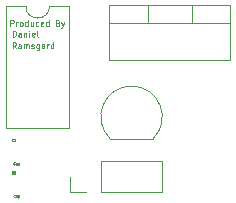
<source format=gbr>
%TF.GenerationSoftware,KiCad,Pcbnew,7.0.6-0*%
%TF.CreationDate,2023-09-04T19:04:00-04:00*%
%TF.ProjectId,Hapto_MK_2,48617074-6f5f-44d4-9b5f-322e6b696361,rev?*%
%TF.SameCoordinates,Original*%
%TF.FileFunction,Legend,Top*%
%TF.FilePolarity,Positive*%
%FSLAX46Y46*%
G04 Gerber Fmt 4.6, Leading zero omitted, Abs format (unit mm)*
G04 Created by KiCad (PCBNEW 7.0.6-0) date 2023-09-04 19:04:00*
%MOMM*%
%LPD*%
G01*
G04 APERTURE LIST*
%ADD10C,0.125000*%
%ADD11C,0.050000*%
%ADD12C,0.120000*%
G04 APERTURE END LIST*
D10*
X146486997Y-103432309D02*
X146320331Y-103194214D01*
X146201283Y-103432309D02*
X146201283Y-102932309D01*
X146201283Y-102932309D02*
X146391759Y-102932309D01*
X146391759Y-102932309D02*
X146439378Y-102956119D01*
X146439378Y-102956119D02*
X146463188Y-102979928D01*
X146463188Y-102979928D02*
X146486997Y-103027547D01*
X146486997Y-103027547D02*
X146486997Y-103098976D01*
X146486997Y-103098976D02*
X146463188Y-103146595D01*
X146463188Y-103146595D02*
X146439378Y-103170404D01*
X146439378Y-103170404D02*
X146391759Y-103194214D01*
X146391759Y-103194214D02*
X146201283Y-103194214D01*
X146915569Y-103432309D02*
X146915569Y-103170404D01*
X146915569Y-103170404D02*
X146891759Y-103122785D01*
X146891759Y-103122785D02*
X146844140Y-103098976D01*
X146844140Y-103098976D02*
X146748902Y-103098976D01*
X146748902Y-103098976D02*
X146701283Y-103122785D01*
X146915569Y-103408500D02*
X146867950Y-103432309D01*
X146867950Y-103432309D02*
X146748902Y-103432309D01*
X146748902Y-103432309D02*
X146701283Y-103408500D01*
X146701283Y-103408500D02*
X146677474Y-103360880D01*
X146677474Y-103360880D02*
X146677474Y-103313261D01*
X146677474Y-103313261D02*
X146701283Y-103265642D01*
X146701283Y-103265642D02*
X146748902Y-103241833D01*
X146748902Y-103241833D02*
X146867950Y-103241833D01*
X146867950Y-103241833D02*
X146915569Y-103218023D01*
X147153664Y-103432309D02*
X147153664Y-103098976D01*
X147153664Y-103146595D02*
X147177474Y-103122785D01*
X147177474Y-103122785D02*
X147225093Y-103098976D01*
X147225093Y-103098976D02*
X147296521Y-103098976D01*
X147296521Y-103098976D02*
X147344140Y-103122785D01*
X147344140Y-103122785D02*
X147367950Y-103170404D01*
X147367950Y-103170404D02*
X147367950Y-103432309D01*
X147367950Y-103170404D02*
X147391759Y-103122785D01*
X147391759Y-103122785D02*
X147439378Y-103098976D01*
X147439378Y-103098976D02*
X147510807Y-103098976D01*
X147510807Y-103098976D02*
X147558426Y-103122785D01*
X147558426Y-103122785D02*
X147582236Y-103170404D01*
X147582236Y-103170404D02*
X147582236Y-103432309D01*
X147796522Y-103408500D02*
X147844141Y-103432309D01*
X147844141Y-103432309D02*
X147939379Y-103432309D01*
X147939379Y-103432309D02*
X147986998Y-103408500D01*
X147986998Y-103408500D02*
X148010807Y-103360880D01*
X148010807Y-103360880D02*
X148010807Y-103337071D01*
X148010807Y-103337071D02*
X147986998Y-103289452D01*
X147986998Y-103289452D02*
X147939379Y-103265642D01*
X147939379Y-103265642D02*
X147867950Y-103265642D01*
X147867950Y-103265642D02*
X147820331Y-103241833D01*
X147820331Y-103241833D02*
X147796522Y-103194214D01*
X147796522Y-103194214D02*
X147796522Y-103170404D01*
X147796522Y-103170404D02*
X147820331Y-103122785D01*
X147820331Y-103122785D02*
X147867950Y-103098976D01*
X147867950Y-103098976D02*
X147939379Y-103098976D01*
X147939379Y-103098976D02*
X147986998Y-103122785D01*
X148439379Y-103098976D02*
X148439379Y-103503738D01*
X148439379Y-103503738D02*
X148415569Y-103551357D01*
X148415569Y-103551357D02*
X148391760Y-103575166D01*
X148391760Y-103575166D02*
X148344141Y-103598976D01*
X148344141Y-103598976D02*
X148272712Y-103598976D01*
X148272712Y-103598976D02*
X148225093Y-103575166D01*
X148439379Y-103408500D02*
X148391760Y-103432309D01*
X148391760Y-103432309D02*
X148296522Y-103432309D01*
X148296522Y-103432309D02*
X148248903Y-103408500D01*
X148248903Y-103408500D02*
X148225093Y-103384690D01*
X148225093Y-103384690D02*
X148201284Y-103337071D01*
X148201284Y-103337071D02*
X148201284Y-103194214D01*
X148201284Y-103194214D02*
X148225093Y-103146595D01*
X148225093Y-103146595D02*
X148248903Y-103122785D01*
X148248903Y-103122785D02*
X148296522Y-103098976D01*
X148296522Y-103098976D02*
X148391760Y-103098976D01*
X148391760Y-103098976D02*
X148439379Y-103122785D01*
X148891760Y-103432309D02*
X148891760Y-103170404D01*
X148891760Y-103170404D02*
X148867950Y-103122785D01*
X148867950Y-103122785D02*
X148820331Y-103098976D01*
X148820331Y-103098976D02*
X148725093Y-103098976D01*
X148725093Y-103098976D02*
X148677474Y-103122785D01*
X148891760Y-103408500D02*
X148844141Y-103432309D01*
X148844141Y-103432309D02*
X148725093Y-103432309D01*
X148725093Y-103432309D02*
X148677474Y-103408500D01*
X148677474Y-103408500D02*
X148653665Y-103360880D01*
X148653665Y-103360880D02*
X148653665Y-103313261D01*
X148653665Y-103313261D02*
X148677474Y-103265642D01*
X148677474Y-103265642D02*
X148725093Y-103241833D01*
X148725093Y-103241833D02*
X148844141Y-103241833D01*
X148844141Y-103241833D02*
X148891760Y-103218023D01*
X149129855Y-103432309D02*
X149129855Y-103098976D01*
X149129855Y-103194214D02*
X149153665Y-103146595D01*
X149153665Y-103146595D02*
X149177474Y-103122785D01*
X149177474Y-103122785D02*
X149225093Y-103098976D01*
X149225093Y-103098976D02*
X149272712Y-103098976D01*
X149653665Y-103432309D02*
X149653665Y-102932309D01*
X149653665Y-103408500D02*
X149606046Y-103432309D01*
X149606046Y-103432309D02*
X149510808Y-103432309D01*
X149510808Y-103432309D02*
X149463189Y-103408500D01*
X149463189Y-103408500D02*
X149439379Y-103384690D01*
X149439379Y-103384690D02*
X149415570Y-103337071D01*
X149415570Y-103337071D02*
X149415570Y-103194214D01*
X149415570Y-103194214D02*
X149439379Y-103146595D01*
X149439379Y-103146595D02*
X149463189Y-103122785D01*
X149463189Y-103122785D02*
X149510808Y-103098976D01*
X149510808Y-103098976D02*
X149606046Y-103098976D01*
X149606046Y-103098976D02*
X149653665Y-103122785D01*
X146001283Y-101532309D02*
X146001283Y-101032309D01*
X146001283Y-101032309D02*
X146191759Y-101032309D01*
X146191759Y-101032309D02*
X146239378Y-101056119D01*
X146239378Y-101056119D02*
X146263188Y-101079928D01*
X146263188Y-101079928D02*
X146286997Y-101127547D01*
X146286997Y-101127547D02*
X146286997Y-101198976D01*
X146286997Y-101198976D02*
X146263188Y-101246595D01*
X146263188Y-101246595D02*
X146239378Y-101270404D01*
X146239378Y-101270404D02*
X146191759Y-101294214D01*
X146191759Y-101294214D02*
X146001283Y-101294214D01*
X146501283Y-101532309D02*
X146501283Y-101198976D01*
X146501283Y-101294214D02*
X146525093Y-101246595D01*
X146525093Y-101246595D02*
X146548902Y-101222785D01*
X146548902Y-101222785D02*
X146596521Y-101198976D01*
X146596521Y-101198976D02*
X146644140Y-101198976D01*
X146882236Y-101532309D02*
X146834617Y-101508500D01*
X146834617Y-101508500D02*
X146810807Y-101484690D01*
X146810807Y-101484690D02*
X146786998Y-101437071D01*
X146786998Y-101437071D02*
X146786998Y-101294214D01*
X146786998Y-101294214D02*
X146810807Y-101246595D01*
X146810807Y-101246595D02*
X146834617Y-101222785D01*
X146834617Y-101222785D02*
X146882236Y-101198976D01*
X146882236Y-101198976D02*
X146953664Y-101198976D01*
X146953664Y-101198976D02*
X147001283Y-101222785D01*
X147001283Y-101222785D02*
X147025093Y-101246595D01*
X147025093Y-101246595D02*
X147048902Y-101294214D01*
X147048902Y-101294214D02*
X147048902Y-101437071D01*
X147048902Y-101437071D02*
X147025093Y-101484690D01*
X147025093Y-101484690D02*
X147001283Y-101508500D01*
X147001283Y-101508500D02*
X146953664Y-101532309D01*
X146953664Y-101532309D02*
X146882236Y-101532309D01*
X147477474Y-101532309D02*
X147477474Y-101032309D01*
X147477474Y-101508500D02*
X147429855Y-101532309D01*
X147429855Y-101532309D02*
X147334617Y-101532309D01*
X147334617Y-101532309D02*
X147286998Y-101508500D01*
X147286998Y-101508500D02*
X147263188Y-101484690D01*
X147263188Y-101484690D02*
X147239379Y-101437071D01*
X147239379Y-101437071D02*
X147239379Y-101294214D01*
X147239379Y-101294214D02*
X147263188Y-101246595D01*
X147263188Y-101246595D02*
X147286998Y-101222785D01*
X147286998Y-101222785D02*
X147334617Y-101198976D01*
X147334617Y-101198976D02*
X147429855Y-101198976D01*
X147429855Y-101198976D02*
X147477474Y-101222785D01*
X147929855Y-101198976D02*
X147929855Y-101532309D01*
X147715569Y-101198976D02*
X147715569Y-101460880D01*
X147715569Y-101460880D02*
X147739379Y-101508500D01*
X147739379Y-101508500D02*
X147786998Y-101532309D01*
X147786998Y-101532309D02*
X147858426Y-101532309D01*
X147858426Y-101532309D02*
X147906045Y-101508500D01*
X147906045Y-101508500D02*
X147929855Y-101484690D01*
X148382236Y-101508500D02*
X148334617Y-101532309D01*
X148334617Y-101532309D02*
X148239379Y-101532309D01*
X148239379Y-101532309D02*
X148191760Y-101508500D01*
X148191760Y-101508500D02*
X148167950Y-101484690D01*
X148167950Y-101484690D02*
X148144141Y-101437071D01*
X148144141Y-101437071D02*
X148144141Y-101294214D01*
X148144141Y-101294214D02*
X148167950Y-101246595D01*
X148167950Y-101246595D02*
X148191760Y-101222785D01*
X148191760Y-101222785D02*
X148239379Y-101198976D01*
X148239379Y-101198976D02*
X148334617Y-101198976D01*
X148334617Y-101198976D02*
X148382236Y-101222785D01*
X148786997Y-101508500D02*
X148739378Y-101532309D01*
X148739378Y-101532309D02*
X148644140Y-101532309D01*
X148644140Y-101532309D02*
X148596521Y-101508500D01*
X148596521Y-101508500D02*
X148572712Y-101460880D01*
X148572712Y-101460880D02*
X148572712Y-101270404D01*
X148572712Y-101270404D02*
X148596521Y-101222785D01*
X148596521Y-101222785D02*
X148644140Y-101198976D01*
X148644140Y-101198976D02*
X148739378Y-101198976D01*
X148739378Y-101198976D02*
X148786997Y-101222785D01*
X148786997Y-101222785D02*
X148810807Y-101270404D01*
X148810807Y-101270404D02*
X148810807Y-101318023D01*
X148810807Y-101318023D02*
X148572712Y-101365642D01*
X149239378Y-101532309D02*
X149239378Y-101032309D01*
X149239378Y-101508500D02*
X149191759Y-101532309D01*
X149191759Y-101532309D02*
X149096521Y-101532309D01*
X149096521Y-101532309D02*
X149048902Y-101508500D01*
X149048902Y-101508500D02*
X149025092Y-101484690D01*
X149025092Y-101484690D02*
X149001283Y-101437071D01*
X149001283Y-101437071D02*
X149001283Y-101294214D01*
X149001283Y-101294214D02*
X149025092Y-101246595D01*
X149025092Y-101246595D02*
X149048902Y-101222785D01*
X149048902Y-101222785D02*
X149096521Y-101198976D01*
X149096521Y-101198976D02*
X149191759Y-101198976D01*
X149191759Y-101198976D02*
X149239378Y-101222785D01*
X150025092Y-101270404D02*
X150096520Y-101294214D01*
X150096520Y-101294214D02*
X150120330Y-101318023D01*
X150120330Y-101318023D02*
X150144139Y-101365642D01*
X150144139Y-101365642D02*
X150144139Y-101437071D01*
X150144139Y-101437071D02*
X150120330Y-101484690D01*
X150120330Y-101484690D02*
X150096520Y-101508500D01*
X150096520Y-101508500D02*
X150048901Y-101532309D01*
X150048901Y-101532309D02*
X149858425Y-101532309D01*
X149858425Y-101532309D02*
X149858425Y-101032309D01*
X149858425Y-101032309D02*
X150025092Y-101032309D01*
X150025092Y-101032309D02*
X150072711Y-101056119D01*
X150072711Y-101056119D02*
X150096520Y-101079928D01*
X150096520Y-101079928D02*
X150120330Y-101127547D01*
X150120330Y-101127547D02*
X150120330Y-101175166D01*
X150120330Y-101175166D02*
X150096520Y-101222785D01*
X150096520Y-101222785D02*
X150072711Y-101246595D01*
X150072711Y-101246595D02*
X150025092Y-101270404D01*
X150025092Y-101270404D02*
X149858425Y-101270404D01*
X150310806Y-101198976D02*
X150429854Y-101532309D01*
X150548901Y-101198976D02*
X150429854Y-101532309D01*
X150429854Y-101532309D02*
X150382235Y-101651357D01*
X150382235Y-101651357D02*
X150358425Y-101675166D01*
X150358425Y-101675166D02*
X150310806Y-101698976D01*
X146201283Y-102432309D02*
X146201283Y-101932309D01*
X146201283Y-101932309D02*
X146320331Y-101932309D01*
X146320331Y-101932309D02*
X146391759Y-101956119D01*
X146391759Y-101956119D02*
X146439378Y-102003738D01*
X146439378Y-102003738D02*
X146463188Y-102051357D01*
X146463188Y-102051357D02*
X146486997Y-102146595D01*
X146486997Y-102146595D02*
X146486997Y-102218023D01*
X146486997Y-102218023D02*
X146463188Y-102313261D01*
X146463188Y-102313261D02*
X146439378Y-102360880D01*
X146439378Y-102360880D02*
X146391759Y-102408500D01*
X146391759Y-102408500D02*
X146320331Y-102432309D01*
X146320331Y-102432309D02*
X146201283Y-102432309D01*
X146915569Y-102432309D02*
X146915569Y-102170404D01*
X146915569Y-102170404D02*
X146891759Y-102122785D01*
X146891759Y-102122785D02*
X146844140Y-102098976D01*
X146844140Y-102098976D02*
X146748902Y-102098976D01*
X146748902Y-102098976D02*
X146701283Y-102122785D01*
X146915569Y-102408500D02*
X146867950Y-102432309D01*
X146867950Y-102432309D02*
X146748902Y-102432309D01*
X146748902Y-102432309D02*
X146701283Y-102408500D01*
X146701283Y-102408500D02*
X146677474Y-102360880D01*
X146677474Y-102360880D02*
X146677474Y-102313261D01*
X146677474Y-102313261D02*
X146701283Y-102265642D01*
X146701283Y-102265642D02*
X146748902Y-102241833D01*
X146748902Y-102241833D02*
X146867950Y-102241833D01*
X146867950Y-102241833D02*
X146915569Y-102218023D01*
X147153664Y-102098976D02*
X147153664Y-102432309D01*
X147153664Y-102146595D02*
X147177474Y-102122785D01*
X147177474Y-102122785D02*
X147225093Y-102098976D01*
X147225093Y-102098976D02*
X147296521Y-102098976D01*
X147296521Y-102098976D02*
X147344140Y-102122785D01*
X147344140Y-102122785D02*
X147367950Y-102170404D01*
X147367950Y-102170404D02*
X147367950Y-102432309D01*
X147606045Y-102432309D02*
X147606045Y-102098976D01*
X147606045Y-101932309D02*
X147582236Y-101956119D01*
X147582236Y-101956119D02*
X147606045Y-101979928D01*
X147606045Y-101979928D02*
X147629855Y-101956119D01*
X147629855Y-101956119D02*
X147606045Y-101932309D01*
X147606045Y-101932309D02*
X147606045Y-101979928D01*
X148034616Y-102408500D02*
X147986997Y-102432309D01*
X147986997Y-102432309D02*
X147891759Y-102432309D01*
X147891759Y-102432309D02*
X147844140Y-102408500D01*
X147844140Y-102408500D02*
X147820331Y-102360880D01*
X147820331Y-102360880D02*
X147820331Y-102170404D01*
X147820331Y-102170404D02*
X147844140Y-102122785D01*
X147844140Y-102122785D02*
X147891759Y-102098976D01*
X147891759Y-102098976D02*
X147986997Y-102098976D01*
X147986997Y-102098976D02*
X148034616Y-102122785D01*
X148034616Y-102122785D02*
X148058426Y-102170404D01*
X148058426Y-102170404D02*
X148058426Y-102218023D01*
X148058426Y-102218023D02*
X147820331Y-102265642D01*
X148344140Y-102432309D02*
X148296521Y-102408500D01*
X148296521Y-102408500D02*
X148272711Y-102360880D01*
X148272711Y-102360880D02*
X148272711Y-101932309D01*
D11*
X146236666Y-111270876D02*
X146227142Y-111280400D01*
X146227142Y-111280400D02*
X146198571Y-111289923D01*
X146198571Y-111289923D02*
X146179523Y-111289923D01*
X146179523Y-111289923D02*
X146150952Y-111280400D01*
X146150952Y-111280400D02*
X146131904Y-111261352D01*
X146131904Y-111261352D02*
X146122381Y-111242304D01*
X146122381Y-111242304D02*
X146112857Y-111204209D01*
X146112857Y-111204209D02*
X146112857Y-111175638D01*
X146112857Y-111175638D02*
X146122381Y-111137542D01*
X146122381Y-111137542D02*
X146131904Y-111118495D01*
X146131904Y-111118495D02*
X146150952Y-111099447D01*
X146150952Y-111099447D02*
X146179523Y-111089923D01*
X146179523Y-111089923D02*
X146198571Y-111089923D01*
X146198571Y-111089923D02*
X146227142Y-111099447D01*
X146227142Y-111099447D02*
X146236666Y-111108971D01*
X146427142Y-111289923D02*
X146312857Y-111289923D01*
X146370000Y-111289923D02*
X146370000Y-111089923D01*
X146370000Y-111089923D02*
X146350952Y-111118495D01*
X146350952Y-111118495D02*
X146331904Y-111137542D01*
X146331904Y-111137542D02*
X146312857Y-111147066D01*
X146394798Y-113253876D02*
X146385274Y-113263400D01*
X146385274Y-113263400D02*
X146356703Y-113272923D01*
X146356703Y-113272923D02*
X146337655Y-113272923D01*
X146337655Y-113272923D02*
X146309084Y-113263400D01*
X146309084Y-113263400D02*
X146290036Y-113244352D01*
X146290036Y-113244352D02*
X146280513Y-113225304D01*
X146280513Y-113225304D02*
X146270989Y-113187209D01*
X146270989Y-113187209D02*
X146270989Y-113158638D01*
X146270989Y-113158638D02*
X146280513Y-113120542D01*
X146280513Y-113120542D02*
X146290036Y-113101495D01*
X146290036Y-113101495D02*
X146309084Y-113082447D01*
X146309084Y-113082447D02*
X146337655Y-113072923D01*
X146337655Y-113072923D02*
X146356703Y-113072923D01*
X146356703Y-113072923D02*
X146385274Y-113082447D01*
X146385274Y-113082447D02*
X146394798Y-113091971D01*
X146566227Y-113272923D02*
X146566227Y-113168161D01*
X146566227Y-113168161D02*
X146556703Y-113149114D01*
X146556703Y-113149114D02*
X146537655Y-113139590D01*
X146537655Y-113139590D02*
X146499560Y-113139590D01*
X146499560Y-113139590D02*
X146480513Y-113149114D01*
X146566227Y-113263400D02*
X146547179Y-113272923D01*
X146547179Y-113272923D02*
X146499560Y-113272923D01*
X146499560Y-113272923D02*
X146480513Y-113263400D01*
X146480513Y-113263400D02*
X146470989Y-113244352D01*
X146470989Y-113244352D02*
X146470989Y-113225304D01*
X146470989Y-113225304D02*
X146480513Y-113206257D01*
X146480513Y-113206257D02*
X146499560Y-113196733D01*
X146499560Y-113196733D02*
X146547179Y-113196733D01*
X146547179Y-113196733D02*
X146566227Y-113187209D01*
X146661465Y-113139590D02*
X146661465Y-113339590D01*
X146661465Y-113149114D02*
X146680512Y-113139590D01*
X146680512Y-113139590D02*
X146718607Y-113139590D01*
X146718607Y-113139590D02*
X146737655Y-113149114D01*
X146737655Y-113149114D02*
X146747179Y-113158638D01*
X146747179Y-113158638D02*
X146756703Y-113177685D01*
X146756703Y-113177685D02*
X146756703Y-113234828D01*
X146756703Y-113234828D02*
X146747179Y-113253876D01*
X146747179Y-113253876D02*
X146737655Y-113263400D01*
X146737655Y-113263400D02*
X146718607Y-113272923D01*
X146718607Y-113272923D02*
X146680512Y-113272923D01*
X146680512Y-113272923D02*
X146661465Y-113263400D01*
X146236666Y-114020876D02*
X146227142Y-114030400D01*
X146227142Y-114030400D02*
X146198571Y-114039923D01*
X146198571Y-114039923D02*
X146179523Y-114039923D01*
X146179523Y-114039923D02*
X146150952Y-114030400D01*
X146150952Y-114030400D02*
X146131904Y-114011352D01*
X146131904Y-114011352D02*
X146122381Y-113992304D01*
X146122381Y-113992304D02*
X146112857Y-113954209D01*
X146112857Y-113954209D02*
X146112857Y-113925638D01*
X146112857Y-113925638D02*
X146122381Y-113887542D01*
X146122381Y-113887542D02*
X146131904Y-113868495D01*
X146131904Y-113868495D02*
X146150952Y-113849447D01*
X146150952Y-113849447D02*
X146179523Y-113839923D01*
X146179523Y-113839923D02*
X146198571Y-113839923D01*
X146198571Y-113839923D02*
X146227142Y-113849447D01*
X146227142Y-113849447D02*
X146236666Y-113858971D01*
X146312857Y-113858971D02*
X146322381Y-113849447D01*
X146322381Y-113849447D02*
X146341428Y-113839923D01*
X146341428Y-113839923D02*
X146389047Y-113839923D01*
X146389047Y-113839923D02*
X146408095Y-113849447D01*
X146408095Y-113849447D02*
X146417619Y-113858971D01*
X146417619Y-113858971D02*
X146427142Y-113878019D01*
X146427142Y-113878019D02*
X146427142Y-113897066D01*
X146427142Y-113897066D02*
X146417619Y-113925638D01*
X146417619Y-113925638D02*
X146303333Y-114039923D01*
X146303333Y-114039923D02*
X146427142Y-114039923D01*
X146394798Y-116003876D02*
X146385274Y-116013400D01*
X146385274Y-116013400D02*
X146356703Y-116022923D01*
X146356703Y-116022923D02*
X146337655Y-116022923D01*
X146337655Y-116022923D02*
X146309084Y-116013400D01*
X146309084Y-116013400D02*
X146290036Y-115994352D01*
X146290036Y-115994352D02*
X146280513Y-115975304D01*
X146280513Y-115975304D02*
X146270989Y-115937209D01*
X146270989Y-115937209D02*
X146270989Y-115908638D01*
X146270989Y-115908638D02*
X146280513Y-115870542D01*
X146280513Y-115870542D02*
X146290036Y-115851495D01*
X146290036Y-115851495D02*
X146309084Y-115832447D01*
X146309084Y-115832447D02*
X146337655Y-115822923D01*
X146337655Y-115822923D02*
X146356703Y-115822923D01*
X146356703Y-115822923D02*
X146385274Y-115832447D01*
X146385274Y-115832447D02*
X146394798Y-115841971D01*
X146566227Y-116022923D02*
X146566227Y-115918161D01*
X146566227Y-115918161D02*
X146556703Y-115899114D01*
X146556703Y-115899114D02*
X146537655Y-115889590D01*
X146537655Y-115889590D02*
X146499560Y-115889590D01*
X146499560Y-115889590D02*
X146480513Y-115899114D01*
X146566227Y-116013400D02*
X146547179Y-116022923D01*
X146547179Y-116022923D02*
X146499560Y-116022923D01*
X146499560Y-116022923D02*
X146480513Y-116013400D01*
X146480513Y-116013400D02*
X146470989Y-115994352D01*
X146470989Y-115994352D02*
X146470989Y-115975304D01*
X146470989Y-115975304D02*
X146480513Y-115956257D01*
X146480513Y-115956257D02*
X146499560Y-115946733D01*
X146499560Y-115946733D02*
X146547179Y-115946733D01*
X146547179Y-115946733D02*
X146566227Y-115937209D01*
X146661465Y-115889590D02*
X146661465Y-116089590D01*
X146661465Y-115899114D02*
X146680512Y-115889590D01*
X146680512Y-115889590D02*
X146718607Y-115889590D01*
X146718607Y-115889590D02*
X146737655Y-115899114D01*
X146737655Y-115899114D02*
X146747179Y-115908638D01*
X146747179Y-115908638D02*
X146756703Y-115927685D01*
X146756703Y-115927685D02*
X146756703Y-115984828D01*
X146756703Y-115984828D02*
X146747179Y-116003876D01*
X146747179Y-116003876D02*
X146737655Y-116013400D01*
X146737655Y-116013400D02*
X146718607Y-116022923D01*
X146718607Y-116022923D02*
X146680512Y-116022923D01*
X146680512Y-116022923D02*
X146661465Y-116013400D01*
D12*
%TO.C,U3*%
X154390000Y-99780000D02*
X154390000Y-104421000D01*
X154390000Y-99780000D02*
X164630000Y-99780000D01*
X154390000Y-101290000D02*
X164630000Y-101290000D01*
X154390000Y-104421000D02*
X164630000Y-104421000D01*
X157660000Y-99780000D02*
X157660000Y-101290000D01*
X161361000Y-99780000D02*
X161361000Y-101290000D01*
X164630000Y-99780000D02*
X164630000Y-104421000D01*
%TO.C,U2*%
X145670000Y-99870000D02*
X145670000Y-110150000D01*
X145670000Y-110150000D02*
X150970000Y-110150000D01*
X147320000Y-99870000D02*
X145670000Y-99870000D01*
X150970000Y-99870000D02*
X149320000Y-99870000D01*
X150970000Y-110150000D02*
X150970000Y-99870000D01*
X147320000Y-99870000D02*
G75*
G03*
X149320000Y-99870000I1000000J0D01*
G01*
%TO.C,Q1*%
X154470000Y-111070000D02*
X158070000Y-111070000D01*
X156270000Y-106620000D02*
G75*
G03*
X154431522Y-111058478I0J-2600000D01*
G01*
X158108478Y-111058478D02*
G75*
G03*
X156270000Y-106620000I-1838478J1838478D01*
G01*
%TO.C,U5*%
X151070000Y-115630000D02*
X151070000Y-114300000D01*
X152400000Y-115630000D02*
X151070000Y-115630000D01*
X153670000Y-115630000D02*
X158810000Y-115630000D01*
X153670000Y-115630000D02*
X153670000Y-112970000D01*
X158810000Y-115630000D02*
X158810000Y-112970000D01*
X153670000Y-112970000D02*
X158810000Y-112970000D01*
%TD*%
M02*

</source>
